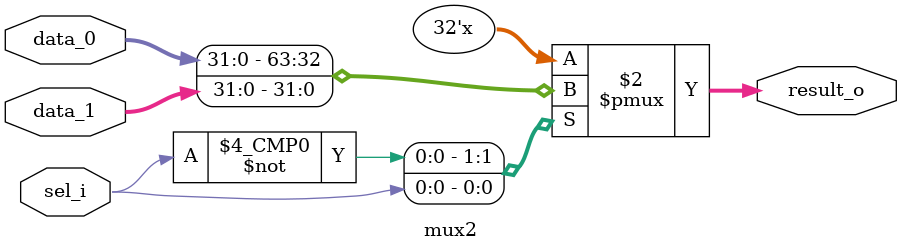
<source format=v>
module mux2(
    input    [31:0]         data_0,
    input    [31:0]         data_1,

    input                   sel_i,

    output  reg  [31:0]          result_o
);
    
    always @(*) begin
        case(sel_i)
            1'b0 : result_o = data_0;
            1'b1 : result_o = data_1;
        endcase 
    end
endmodule //mux2


</source>
